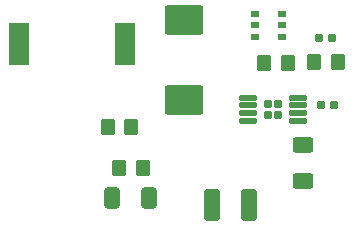
<source format=gtp>
G04 #@! TF.GenerationSoftware,KiCad,Pcbnew,9.0.4*
G04 #@! TF.CreationDate,2025-08-28T22:57:06-04:00*
G04 #@! TF.ProjectId,PowerSupply,506f7765-7253-4757-9070-6c792e6b6963,rev?*
G04 #@! TF.SameCoordinates,Original*
G04 #@! TF.FileFunction,Paste,Top*
G04 #@! TF.FilePolarity,Positive*
%FSLAX46Y46*%
G04 Gerber Fmt 4.6, Leading zero omitted, Abs format (unit mm)*
G04 Created by KiCad (PCBNEW 9.0.4) date 2025-08-28 22:57:06*
%MOMM*%
%LPD*%
G01*
G04 APERTURE LIST*
G04 Aperture macros list*
%AMRoundRect*
0 Rectangle with rounded corners*
0 $1 Rounding radius*
0 $2 $3 $4 $5 $6 $7 $8 $9 X,Y pos of 4 corners*
0 Add a 4 corners polygon primitive as box body*
4,1,4,$2,$3,$4,$5,$6,$7,$8,$9,$2,$3,0*
0 Add four circle primitives for the rounded corners*
1,1,$1+$1,$2,$3*
1,1,$1+$1,$4,$5*
1,1,$1+$1,$6,$7*
1,1,$1+$1,$8,$9*
0 Add four rect primitives between the rounded corners*
20,1,$1+$1,$2,$3,$4,$5,0*
20,1,$1+$1,$4,$5,$6,$7,0*
20,1,$1+$1,$6,$7,$8,$9,0*
20,1,$1+$1,$8,$9,$2,$3,0*%
G04 Aperture macros list end*
%ADD10RoundRect,0.250000X1.400000X1.000000X-1.400000X1.000000X-1.400000X-1.000000X1.400000X-1.000000X0*%
%ADD11RoundRect,0.250000X-0.412500X-0.650000X0.412500X-0.650000X0.412500X0.650000X-0.412500X0.650000X0*%
%ADD12RoundRect,0.250000X-0.350000X-0.450000X0.350000X-0.450000X0.350000X0.450000X-0.350000X0.450000X0*%
%ADD13RoundRect,0.250000X0.625000X-0.400000X0.625000X0.400000X-0.625000X0.400000X-0.625000X-0.400000X0*%
%ADD14RoundRect,0.155000X0.212500X0.155000X-0.212500X0.155000X-0.212500X-0.155000X0.212500X-0.155000X0*%
%ADD15RoundRect,0.157500X-0.157500X-0.222500X0.157500X-0.222500X0.157500X0.222500X-0.157500X0.222500X0*%
%ADD16RoundRect,0.125000X-0.600000X-0.125000X0.600000X-0.125000X0.600000X0.125000X-0.600000X0.125000X0*%
%ADD17R,0.700000X0.510000*%
%ADD18RoundRect,0.250000X0.350000X0.450000X-0.350000X0.450000X-0.350000X-0.450000X0.350000X-0.450000X0*%
%ADD19RoundRect,0.250000X0.412500X1.100000X-0.412500X1.100000X-0.412500X-1.100000X0.412500X-1.100000X0*%
%ADD20RoundRect,0.155000X-0.212500X-0.155000X0.212500X-0.155000X0.212500X0.155000X-0.212500X0.155000X0*%
%ADD21R,1.800000X3.600000*%
G04 APERTURE END LIST*
D10*
X95500000Y-81750000D03*
X95500000Y-74950000D03*
D11*
X89375000Y-89980000D03*
X92500000Y-89980000D03*
D12*
X89000000Y-84000000D03*
X91000000Y-84000000D03*
D13*
X105500000Y-88600000D03*
X105500000Y-85500000D03*
D12*
X106500000Y-78500000D03*
X108500000Y-78500000D03*
D14*
X108190000Y-82140000D03*
X107055000Y-82140000D03*
D15*
X102610000Y-82030000D03*
X102610000Y-82970000D03*
X103390000Y-82030000D03*
X103390000Y-82970000D03*
D16*
X100850000Y-81525000D03*
X100850000Y-82175000D03*
X100850000Y-82825000D03*
X100850000Y-83475000D03*
X105150000Y-83475000D03*
X105150000Y-82825000D03*
X105150000Y-82175000D03*
X105150000Y-81525000D03*
D17*
X101440000Y-74450000D03*
X101440000Y-75400000D03*
X101440000Y-76350000D03*
X103760000Y-76350000D03*
X103760000Y-75400000D03*
X103760000Y-74450000D03*
D18*
X104250000Y-78600000D03*
X102250000Y-78600000D03*
D12*
X90000000Y-87500000D03*
X92000000Y-87500000D03*
D19*
X100975000Y-90580000D03*
X97850000Y-90580000D03*
D20*
X106865000Y-76500000D03*
X108000000Y-76500000D03*
D21*
X90500000Y-77000000D03*
X81500000Y-77000000D03*
M02*

</source>
